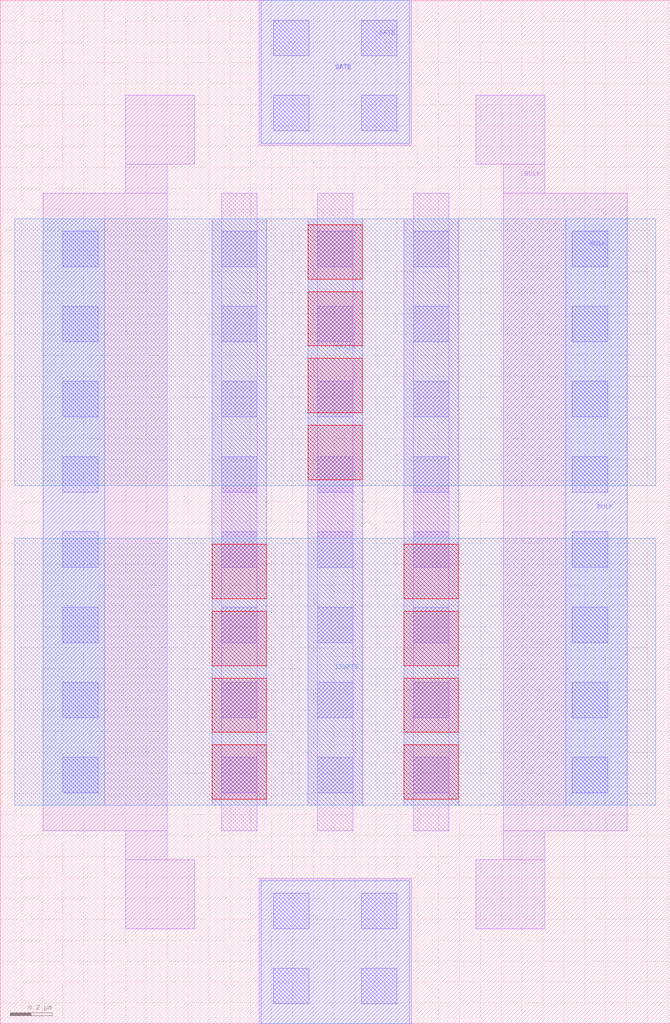
<source format=lef>
# Copyright 2020 The SkyWater PDK Authors
#
# Licensed under the Apache License, Version 2.0 (the "License");
# you may not use this file except in compliance with the License.
# You may obtain a copy of the License at
#
#     https://www.apache.org/licenses/LICENSE-2.0
#
# Unless required by applicable law or agreed to in writing, software
# distributed under the License is distributed on an "AS IS" BASIS,
# WITHOUT WARRANTIES OR CONDITIONS OF ANY KIND, either express or implied.
# See the License for the specific language governing permissions and
# limitations under the License.
#
# SPDX-License-Identifier: Apache-2.0

VERSION 5.7 ;
  NOWIREEXTENSIONATPIN ON ;
  DIVIDERCHAR "/" ;
  BUSBITCHARS "[]" ;
MACRO sky130_fd_pr__rf_pfet_01v8_bM02W3p00L0p18
  CLASS BLOCK ;
  FOREIGN sky130_fd_pr__rf_pfet_01v8_bM02W3p00L0p18 ;
  ORIGIN  0.000000  0.000000 ;
  SIZE  3.210000 BY  4.900000 ;
  PIN BULK
    ANTENNADIFFAREA  3.913000 ;
    ANTENNAGATEAREA  0.903000 ;
    PORT
      LAYER li1 ;
        RECT 0.205000 0.925000 0.800000 3.975000 ;
        RECT 0.600000 0.455000 0.930000 0.785000 ;
        RECT 0.600000 0.785000 0.800000 0.925000 ;
        RECT 0.600000 3.975000 0.800000 4.115000 ;
        RECT 0.600000 4.115000 0.930000 4.445000 ;
        RECT 2.280000 0.455000 2.610000 0.785000 ;
        RECT 2.280000 4.115000 2.610000 4.445000 ;
        RECT 2.410000 0.785000 2.610000 0.925000 ;
        RECT 2.410000 0.925000 3.005000 3.975000 ;
        RECT 2.410000 3.975000 2.610000 4.115000 ;
      LAYER mcon ;
        RECT 0.300000 1.105000 0.470000 1.275000 ;
        RECT 0.300000 1.465000 0.470000 1.635000 ;
        RECT 0.300000 1.825000 0.470000 1.995000 ;
        RECT 0.300000 2.185000 0.470000 2.355000 ;
        RECT 0.300000 2.545000 0.470000 2.715000 ;
        RECT 0.300000 2.905000 0.470000 3.075000 ;
        RECT 0.300000 3.265000 0.470000 3.435000 ;
        RECT 0.300000 3.625000 0.470000 3.795000 ;
        RECT 2.740000 1.105000 2.910000 1.275000 ;
        RECT 2.740000 1.465000 2.910000 1.635000 ;
        RECT 2.740000 1.825000 2.910000 1.995000 ;
        RECT 2.740000 2.185000 2.910000 2.355000 ;
        RECT 2.740000 2.545000 2.910000 2.715000 ;
        RECT 2.740000 2.905000 2.910000 3.075000 ;
        RECT 2.740000 3.265000 2.910000 3.435000 ;
        RECT 2.740000 3.625000 2.910000 3.795000 ;
    END
    PORT
      LAYER met1 ;
        RECT 0.205000 1.045000 0.500000 3.855000 ;
        RECT 2.710000 1.045000 3.005000 3.855000 ;
    END
  END BULK
  PIN DRAIN
    ANTENNADIFFAREA  0.842800 ;
    PORT
      LAYER met2 ;
        RECT 0.070000 2.575000 3.140000 3.855000 ;
    END
  END DRAIN
  PIN GATE
    ANTENNAGATEAREA  1.083600 ;
    PORT
      LAYER li1 ;
        RECT 1.240000 0.000000 1.970000 0.695000 ;
        RECT 1.240000 4.205000 1.970000 4.900000 ;
      LAYER mcon ;
        RECT 1.310000 0.095000 1.480000 0.265000 ;
        RECT 1.310000 0.455000 1.480000 0.625000 ;
        RECT 1.310000 4.275000 1.480000 4.445000 ;
        RECT 1.310000 4.635000 1.480000 4.805000 ;
        RECT 1.730000 0.095000 1.900000 0.265000 ;
        RECT 1.730000 0.455000 1.900000 0.625000 ;
        RECT 1.730000 4.275000 1.900000 4.445000 ;
        RECT 1.730000 4.635000 1.900000 4.805000 ;
    END
    PORT
      LAYER met1 ;
        RECT 1.250000 0.000000 1.960000 0.685000 ;
        RECT 1.250000 4.215000 1.960000 4.900000 ;
    END
  END GATE
  PIN SOURCE
    ANTENNADIFFAREA  1.685600 ;
    PORT
      LAYER met2 ;
        RECT 0.070000 1.045000 3.140000 2.325000 ;
    END
  END SOURCE
  OBS
    LAYER li1 ;
      RECT 1.060000 0.925000 1.230000 3.975000 ;
      RECT 1.520000 0.925000 1.690000 3.975000 ;
      RECT 1.980000 0.925000 2.150000 3.975000 ;
    LAYER mcon ;
      RECT 1.060000 1.105000 1.230000 1.275000 ;
      RECT 1.060000 1.465000 1.230000 1.635000 ;
      RECT 1.060000 1.825000 1.230000 1.995000 ;
      RECT 1.060000 2.185000 1.230000 2.355000 ;
      RECT 1.060000 2.545000 1.230000 2.715000 ;
      RECT 1.060000 2.905000 1.230000 3.075000 ;
      RECT 1.060000 3.265000 1.230000 3.435000 ;
      RECT 1.060000 3.625000 1.230000 3.795000 ;
      RECT 1.520000 1.105000 1.690000 1.275000 ;
      RECT 1.520000 1.465000 1.690000 1.635000 ;
      RECT 1.520000 1.825000 1.690000 1.995000 ;
      RECT 1.520000 2.185000 1.690000 2.355000 ;
      RECT 1.520000 2.545000 1.690000 2.715000 ;
      RECT 1.520000 2.905000 1.690000 3.075000 ;
      RECT 1.520000 3.265000 1.690000 3.435000 ;
      RECT 1.520000 3.625000 1.690000 3.795000 ;
      RECT 1.980000 1.105000 2.150000 1.275000 ;
      RECT 1.980000 1.465000 2.150000 1.635000 ;
      RECT 1.980000 1.825000 2.150000 1.995000 ;
      RECT 1.980000 2.185000 2.150000 2.355000 ;
      RECT 1.980000 2.545000 2.150000 2.715000 ;
      RECT 1.980000 2.905000 2.150000 3.075000 ;
      RECT 1.980000 3.265000 2.150000 3.435000 ;
      RECT 1.980000 3.625000 2.150000 3.795000 ;
    LAYER met1 ;
      RECT 1.015000 1.045000 1.275000 3.855000 ;
      RECT 1.475000 1.045000 1.735000 3.855000 ;
      RECT 1.935000 1.045000 2.195000 3.855000 ;
    LAYER via ;
      RECT 1.015000 1.075000 1.275000 1.335000 ;
      RECT 1.015000 1.395000 1.275000 1.655000 ;
      RECT 1.015000 1.715000 1.275000 1.975000 ;
      RECT 1.015000 2.035000 1.275000 2.295000 ;
      RECT 1.475000 2.605000 1.735000 2.865000 ;
      RECT 1.475000 2.925000 1.735000 3.185000 ;
      RECT 1.475000 3.245000 1.735000 3.505000 ;
      RECT 1.475000 3.565000 1.735000 3.825000 ;
      RECT 1.935000 1.075000 2.195000 1.335000 ;
      RECT 1.935000 1.395000 2.195000 1.655000 ;
      RECT 1.935000 1.715000 2.195000 1.975000 ;
      RECT 1.935000 2.035000 2.195000 2.295000 ;
  END
END sky130_fd_pr__rf_pfet_01v8_bM02W3p00L0p18
END LIBRARY

</source>
